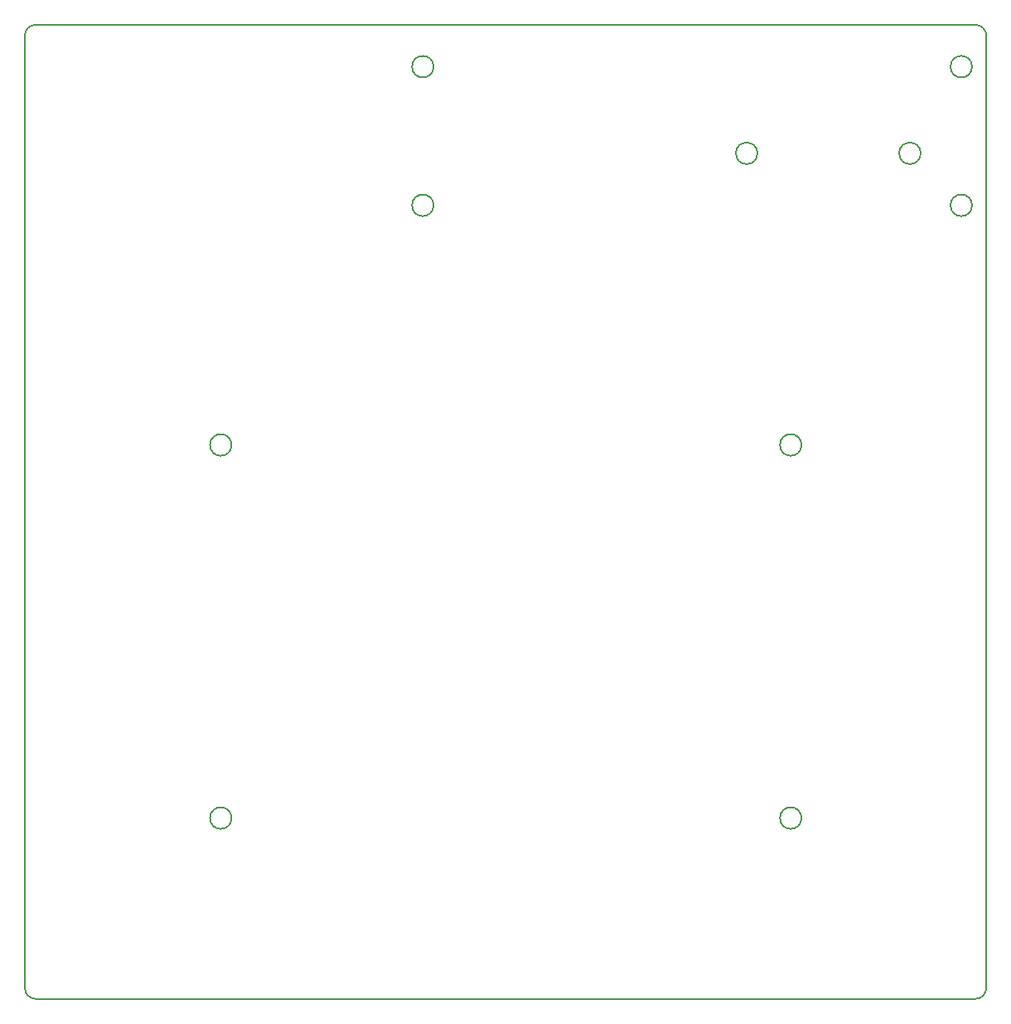
<source format=gbr>
G04 #@! TF.GenerationSoftware,KiCad,Pcbnew,(5.1.6-0-10_14)*
G04 #@! TF.CreationDate,2023-01-09T16:28:48+09:00*
G04 #@! TF.ProjectId,cool644,636f6f6c-3634-4342-9e6b-696361645f70,rev?*
G04 #@! TF.SameCoordinates,Original*
G04 #@! TF.FileFunction,Profile,NP*
%FSLAX46Y46*%
G04 Gerber Fmt 4.6, Leading zero omitted, Abs format (unit mm)*
G04 Created by KiCad (PCBNEW (5.1.6-0-10_14)) date 2023-01-09 16:28:48*
%MOMM*%
%LPD*%
G01*
G04 APERTURE LIST*
G04 #@! TA.AperFunction,Profile*
%ADD10C,0.150000*%
G04 #@! TD*
G04 APERTURE END LIST*
D10*
X68260000Y-47650000D02*
G75*
G03*
X68260000Y-47650000I-1100000J0D01*
G01*
X63760000Y20230000D02*
G75*
G03*
X63760000Y20230000I-1100000J0D01*
G01*
X-9970000Y-66110000D02*
G75*
G02*
X-11090000Y-64990000I0J1120000D01*
G01*
X87150000Y-64990000D02*
G75*
G02*
X86030000Y-66110000I-1120000J0D01*
G01*
X86030000Y33360000D02*
G75*
G02*
X87150000Y32240000I0J-1120000D01*
G01*
X-11090000Y32240000D02*
G75*
G02*
X-9970000Y33360000I1120000J0D01*
G01*
X-9970000Y-66110000D02*
X86030000Y-66110000D01*
X-11090000Y13740000D02*
X-11090000Y-64990000D01*
X86030000Y33360000D02*
X-9970000Y33360000D01*
X87150000Y-64990000D02*
X87150000Y32240000D01*
X68260000Y-9550000D02*
G75*
G03*
X68260000Y-9550000I-1100000J0D01*
G01*
X10030000Y-9550000D02*
G75*
G03*
X10030000Y-9550000I-1100000J0D01*
G01*
X-11090000Y32240000D02*
X-11090000Y13740000D01*
X80440000Y20230000D02*
G75*
G03*
X80440000Y20230000I-1100000J0D01*
G01*
X10030000Y-47650000D02*
G75*
G03*
X10030000Y-47650000I-1100000J0D01*
G01*
X30670000Y29080000D02*
G75*
G03*
X30670000Y29080000I-1100000J0D01*
G01*
X30670000Y14920000D02*
G75*
G03*
X30670000Y14920000I-1100000J0D01*
G01*
X85690000Y29080000D02*
G75*
G03*
X85690000Y29080000I-1100000J0D01*
G01*
X85690000Y14920000D02*
G75*
G03*
X85690000Y14920000I-1100000J0D01*
G01*
M02*

</source>
